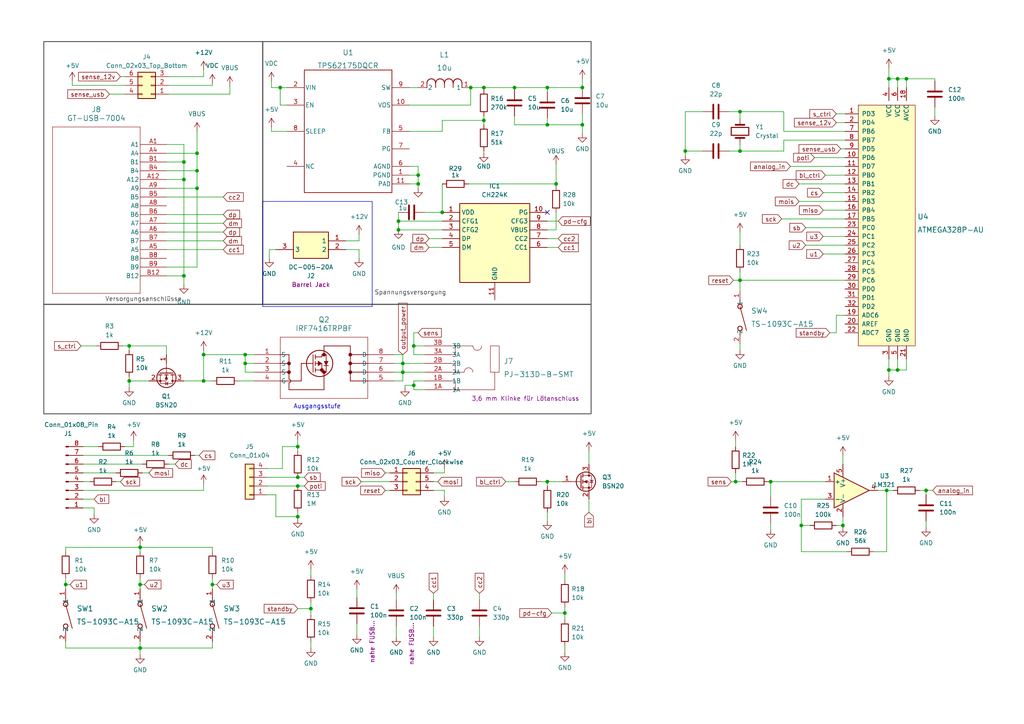
<source format=kicad_sch>
(kicad_sch (version 20230121) (generator eeschema)
  (paper "A4")
  (junction (at 232.41 152.4))
  (junction (at 149.225 25.4))
  (junction (at 53.34 80.01))
  (junction (at 86.36 140.97))
  (junction (at 257.81 107.315))
  (junction (at 140.335 25.4))
  (junction (at 257.81 22.86))
  (junction (at 57.15 44.45))
  (junction (at 121.285 50.8))
  (junction (at 61.595 169.545))
  (junction (at 81.28 25.4))
  (junction (at 120.015 100.33))
  (junction (at 40.64 158.75))
  (junction (at 37.465 100.33))
  (junction (at 116.84 107.95))
  (junction (at 128.27 61.595))
  (junction (at 86.36 149.86))
  (junction (at 59.055 110.49))
  (junction (at 214.63 32.385))
  (junction (at 163.83 177.8))
  (junction (at 168.91 25.4))
  (junction (at 214.63 81.28))
  (junction (at 40.64 169.545))
  (junction (at 168.91 36.195))
  (junction (at 257.175 142.24))
  (junction (at 115.57 66.675))
  (junction (at 158.75 36.195))
  (junction (at 198.755 43.815))
  (junction (at 214.63 43.815))
  (junction (at 40.64 187.96))
  (junction (at 120.015 111.76))
  (junction (at 53.34 52.07))
  (junction (at 86.36 138.43))
  (junction (at 37.465 110.49))
  (junction (at 57.15 49.53))
  (junction (at 213.36 139.7))
  (junction (at 71.12 102.87))
  (junction (at 158.75 139.7))
  (junction (at 244.475 152.4))
  (junction (at 57.15 54.61))
  (junction (at 121.285 53.34))
  (junction (at 53.34 46.99))
  (junction (at 140.335 34.925))
  (junction (at 115.57 64.135))
  (junction (at 116.84 105.41))
  (junction (at 262.89 22.86))
  (junction (at 260.35 22.86))
  (junction (at 260.35 107.315))
  (junction (at 268.605 142.24))
  (junction (at 59.055 102.87))
  (junction (at 136.525 25.4))
  (junction (at 161.29 53.34))
  (junction (at 90.17 176.53))
  (junction (at 71.12 105.41))
  (junction (at 19.05 169.545))
  (junction (at 86.36 129.54))
  (junction (at 223.52 139.7))
  (junction (at 158.75 25.4))
  (no_connect (at 158.75 61.595))
  (wire (pts (xy 124.46 71.755) (xy 128.27 71.755)))
  (wire (pts (xy 31.75 27.305) (xy 36.195 27.305)))
  (wire (pts (xy 19.05 160.02) (xy 19.05 158.75)))
  (wire (pts (xy 115.57 64.135) (xy 115.57 66.675)))
  (wire (pts (xy 242.57 91.44) (xy 242.57 96.52)))
  (wire (pts (xy 83.185 30.48) (xy 81.28 30.48)))
  (wire (pts (xy 158.75 25.4) (xy 149.225 25.4)))
  (wire (pts (xy 77.47 138.43) (xy 86.36 138.43)))
  (wire (pts (xy 212.09 139.7) (xy 213.36 139.7)))
  (wire (pts (xy 239.395 50.8) (xy 245.11 50.8)))
  (wire (pts (xy 125.73 142.24) (xy 128.905 142.24)))
  (wire (pts (xy 48.26 100.33) (xy 48.26 102.87)))
  (wire (pts (xy 23.495 100.33) (xy 27.94 100.33)))
  (wire (pts (xy 114.3 102.87) (xy 116.84 102.87)))
  (wire (pts (xy 61.595 169.545) (xy 61.595 170.815)))
  (wire (pts (xy 158.75 64.135) (xy 161.925 64.135)))
  (wire (pts (xy 257.81 22.86) (xy 260.35 22.86)))
  (wire (pts (xy 158.75 36.195) (xy 168.91 36.195)))
  (wire (pts (xy 61.595 169.545) (xy 62.865 169.545)))
  (wire (pts (xy 40.64 169.545) (xy 40.64 170.815)))
  (wire (pts (xy 116.84 110.49) (xy 116.84 107.95)))
  (wire (pts (xy 73.66 105.41) (xy 71.12 105.41)))
  (wire (pts (xy 117.475 112.395) (xy 117.475 111.76)))
  (wire (pts (xy 229.235 48.26) (xy 245.11 48.26)))
  (wire (pts (xy 78.74 38.1) (xy 83.185 38.1)))
  (wire (pts (xy 121.285 53.34) (xy 121.285 54.61)))
  (wire (pts (xy 238.76 60.96) (xy 245.11 60.96)))
  (wire (pts (xy 120.015 100.33) (xy 120.015 96.52)))
  (wire (pts (xy 86.36 127.635) (xy 86.36 129.54)))
  (wire (pts (xy 40.64 169.545) (xy 41.91 169.545)))
  (wire (pts (xy 103.505 170.815) (xy 103.505 173.355)))
  (wire (pts (xy 213.36 127.635) (xy 213.36 129.54)))
  (wire (pts (xy 161.29 47.625) (xy 161.29 53.34)))
  (wire (pts (xy 114.935 181.61) (xy 114.935 184.785)))
  (wire (pts (xy 48.26 72.39) (xy 64.77 72.39)))
  (wire (pts (xy 81.28 25.4) (xy 81.28 30.48)))
  (wire (pts (xy 120.015 100.33) (xy 123.19 100.33)))
  (wire (pts (xy 116.84 107.95) (xy 123.19 107.95)))
  (wire (pts (xy 214.63 81.28) (xy 214.63 78.74)))
  (wire (pts (xy 223.52 151.765) (xy 223.52 153.67)))
  (wire (pts (xy 86.36 148.59) (xy 86.36 149.86)))
  (wire (pts (xy 19.05 158.75) (xy 40.64 158.75)))
  (wire (pts (xy 86.36 138.43) (xy 88.265 138.43)))
  (wire (pts (xy 161.29 53.34) (xy 161.29 53.975)))
  (wire (pts (xy 40.64 187.96) (xy 40.64 189.865)))
  (wire (pts (xy 238.76 68.58) (xy 245.11 68.58)))
  (wire (pts (xy 118.745 53.34) (xy 121.285 53.34)))
  (wire (pts (xy 48.26 62.23) (xy 64.77 62.23)))
  (wire (pts (xy 198.755 32.385) (xy 198.755 43.815)))
  (wire (pts (xy 158.75 25.4) (xy 168.91 25.4)))
  (wire (pts (xy 90.17 186.055) (xy 90.17 187.96)))
  (wire (pts (xy 149.225 36.195) (xy 158.75 36.195)))
  (wire (pts (xy 78.74 23.495) (xy 78.74 25.4)))
  (wire (pts (xy 77.47 140.97) (xy 86.36 140.97)))
  (wire (pts (xy 56.515 132.08) (xy 57.785 132.08)))
  (wire (pts (xy 227.33 38.1) (xy 245.11 38.1)))
  (wire (pts (xy 260.35 104.14) (xy 260.35 107.315)))
  (wire (pts (xy 61.595 186.055) (xy 61.595 187.96)))
  (wire (pts (xy 123.19 102.87) (xy 120.015 102.87)))
  (wire (pts (xy 53.34 82.55) (xy 53.34 80.01)))
  (wire (pts (xy 90.17 165.1) (xy 90.17 167.005)))
  (wire (pts (xy 24.13 139.7) (xy 26.035 139.7)))
  (wire (pts (xy 128.27 38.1) (xy 128.27 34.925)))
  (wire (pts (xy 158.75 66.675) (xy 161.29 66.675)))
  (wire (pts (xy 24.13 132.08) (xy 48.895 132.08)))
  (wire (pts (xy 80.01 143.51) (xy 80.01 149.86)))
  (wire (pts (xy 61.595 160.02) (xy 61.595 158.75)))
  (wire (pts (xy 203.835 32.385) (xy 198.755 32.385)))
  (wire (pts (xy 59.055 102.87) (xy 71.12 102.87)))
  (wire (pts (xy 266.7 142.24) (xy 268.605 142.24)))
  (wire (pts (xy 149.225 26.035) (xy 149.225 25.4)))
  (wire (pts (xy 116.84 105.41) (xy 116.84 107.95)))
  (wire (pts (xy 124.46 69.215) (xy 128.27 69.215)))
  (wire (pts (xy 158.75 148.59) (xy 158.75 151.13)))
  (wire (pts (xy 78.74 25.4) (xy 81.28 25.4)))
  (wire (pts (xy 19.05 187.96) (xy 40.64 187.96)))
  (wire (pts (xy 158.75 139.7) (xy 158.75 140.97)))
  (wire (pts (xy 100.33 69.85) (xy 104.14 69.85)))
  (wire (pts (xy 40.64 167.64) (xy 40.64 169.545)))
  (wire (pts (xy 213.36 137.16) (xy 213.36 139.7)))
  (wire (pts (xy 61.595 24.765) (xy 61.595 24.13)))
  (wire (pts (xy 53.34 80.01) (xy 53.34 52.07)))
  (wire (pts (xy 227.33 40.64) (xy 227.33 43.815)))
  (wire (pts (xy 48.895 27.305) (xy 66.675 27.305)))
  (wire (pts (xy 59.055 102.87) (xy 59.055 110.49)))
  (wire (pts (xy 81.28 25.4) (xy 83.185 25.4)))
  (wire (pts (xy 128.905 137.16) (xy 128.905 135.89)))
  (wire (pts (xy 57.15 44.45) (xy 57.15 49.53)))
  (wire (pts (xy 24.13 142.24) (xy 59.055 142.24)))
  (wire (pts (xy 116.84 105.41) (xy 123.19 105.41)))
  (wire (pts (xy 268.605 142.24) (xy 270.51 142.24)))
  (wire (pts (xy 170.815 144.78) (xy 170.815 148.59)))
  (wire (pts (xy 232.41 144.78) (xy 239.395 144.78)))
  (wire (pts (xy 78.105 74.93) (xy 78.105 72.39)))
  (wire (pts (xy 34.925 22.225) (xy 36.195 22.225)))
  (wire (pts (xy 128.27 53.34) (xy 128.27 61.595)))
  (wire (pts (xy 24.13 144.78) (xy 27.305 144.78)))
  (wire (pts (xy 48.26 69.85) (xy 64.77 69.85)))
  (wire (pts (xy 156.845 139.7) (xy 158.75 139.7)))
  (wire (pts (xy 214.63 81.28) (xy 214.63 84.455)))
  (wire (pts (xy 140.335 43.815) (xy 140.335 44.45)))
  (wire (pts (xy 163.83 166.37) (xy 163.83 168.275)))
  (wire (pts (xy 232.41 160.02) (xy 245.745 160.02)))
  (wire (pts (xy 37.465 100.33) (xy 37.465 101.6)))
  (wire (pts (xy 86.36 140.97) (xy 88.265 140.97)))
  (wire (pts (xy 19.05 186.055) (xy 19.05 187.96)))
  (wire (pts (xy 48.895 22.225) (xy 59.055 22.225)))
  (wire (pts (xy 257.81 22.86) (xy 257.81 25.4)))
  (wire (pts (xy 19.05 167.64) (xy 19.05 169.545)))
  (wire (pts (xy 114.3 105.41) (xy 116.84 105.41)))
  (wire (pts (xy 118.745 48.26) (xy 121.285 48.26)))
  (wire (pts (xy 242.57 35.56) (xy 245.11 35.56)))
  (wire (pts (xy 115.57 64.135) (xy 128.27 64.135)))
  (wire (pts (xy 214.63 32.385) (xy 227.33 32.385)))
  (wire (pts (xy 158.75 69.215) (xy 161.925 69.215)))
  (wire (pts (xy 198.755 43.815) (xy 198.755 45.085)))
  (wire (pts (xy 245.11 40.64) (xy 227.33 40.64)))
  (wire (pts (xy 118.745 25.4) (xy 121.285 25.4)))
  (wire (pts (xy 168.91 36.195) (xy 168.91 38.735)))
  (wire (pts (xy 48.26 67.31) (xy 64.77 67.31)))
  (wire (pts (xy 86.36 176.53) (xy 90.17 176.53)))
  (wire (pts (xy 233.68 66.04) (xy 245.11 66.04)))
  (wire (pts (xy 214.63 43.815) (xy 214.63 41.91)))
  (wire (pts (xy 140.335 26.035) (xy 140.335 25.4)))
  (wire (pts (xy 214.63 67.31) (xy 214.63 71.12)))
  (wire (pts (xy 158.75 139.7) (xy 163.195 139.7)))
  (wire (pts (xy 123.19 110.49) (xy 120.015 110.49)))
  (wire (pts (xy 69.215 110.49) (xy 73.66 110.49)))
  (wire (pts (xy 243.84 43.18) (xy 245.11 43.18)))
  (wire (pts (xy 257.81 19.685) (xy 257.81 22.86)))
  (wire (pts (xy 135.89 53.34) (xy 161.29 53.34)))
  (wire (pts (xy 253.365 160.02) (xy 257.175 160.02)))
  (wire (pts (xy 268.605 151.13) (xy 268.605 153.035)))
  (wire (pts (xy 81.915 135.89) (xy 81.915 129.54)))
  (wire (pts (xy 48.26 64.77) (xy 64.77 64.77)))
  (wire (pts (xy 20.955 24.765) (xy 20.955 23.495)))
  (wire (pts (xy 81.915 129.54) (xy 86.36 129.54)))
  (wire (pts (xy 86.36 129.54) (xy 86.36 130.81)))
  (wire (pts (xy 116.84 102.87) (xy 116.84 105.41)))
  (wire (pts (xy 232.41 152.4) (xy 232.41 160.02)))
  (wire (pts (xy 244.475 152.4) (xy 244.475 153.035)))
  (wire (pts (xy 86.36 149.86) (xy 86.36 150.495)))
  (wire (pts (xy 262.89 107.315) (xy 260.35 107.315)))
  (wire (pts (xy 90.17 174.625) (xy 90.17 176.53)))
  (wire (pts (xy 271.145 23.495) (xy 271.145 22.86)))
  (wire (pts (xy 163.83 175.895) (xy 163.83 177.8)))
  (wire (pts (xy 57.15 49.53) (xy 57.15 54.61)))
  (wire (pts (xy 244.475 132.08) (xy 244.475 134.62)))
  (wire (pts (xy 120.015 110.49) (xy 120.015 111.76)))
  (wire (pts (xy 40.64 158.75) (xy 61.595 158.75)))
  (wire (pts (xy 41.275 137.16) (xy 43.18 137.16)))
  (wire (pts (xy 223.52 139.7) (xy 239.395 139.7)))
  (wire (pts (xy 115.57 61.595) (xy 115.57 64.135)))
  (wire (pts (xy 118.745 50.8) (xy 121.285 50.8)))
  (wire (pts (xy 120.015 111.76) (xy 120.015 113.03)))
  (wire (pts (xy 198.755 43.815) (xy 203.835 43.815)))
  (wire (pts (xy 40.64 186.055) (xy 40.64 187.96)))
  (wire (pts (xy 77.47 143.51) (xy 80.01 143.51)))
  (wire (pts (xy 125.73 172.085) (xy 125.73 173.99)))
  (wire (pts (xy 24.13 129.54) (xy 28.575 129.54)))
  (wire (pts (xy 118.745 38.1) (xy 128.27 38.1)))
  (wire (pts (xy 53.34 46.99) (xy 53.34 41.91)))
  (wire (pts (xy 114.3 107.95) (xy 116.84 107.95)))
  (wire (pts (xy 123.19 61.595) (xy 128.27 61.595)))
  (wire (pts (xy 57.15 54.61) (xy 57.15 77.47)))
  (wire (pts (xy 125.73 181.61) (xy 125.73 184.785)))
  (wire (pts (xy 257.175 142.24) (xy 259.08 142.24)))
  (wire (pts (xy 117.475 111.76) (xy 120.015 111.76)))
  (wire (pts (xy 53.34 52.07) (xy 53.34 46.99)))
  (wire (pts (xy 238.76 55.88) (xy 245.11 55.88)))
  (wire (pts (xy 78.74 36.83) (xy 78.74 38.1)))
  (wire (pts (xy 223.52 139.7) (xy 223.52 144.145)))
  (wire (pts (xy 271.145 31.115) (xy 271.145 33.655)))
  (wire (pts (xy 24.13 134.62) (xy 41.275 134.62)))
  (wire (pts (xy 59.055 101.6) (xy 59.055 102.87)))
  (wire (pts (xy 260.35 22.86) (xy 262.89 22.86)))
  (wire (pts (xy 268.605 142.24) (xy 268.605 143.51)))
  (wire (pts (xy 245.11 81.28) (xy 214.63 81.28)))
  (wire (pts (xy 231.775 58.42) (xy 245.11 58.42)))
  (wire (pts (xy 146.685 139.7) (xy 149.225 139.7)))
  (wire (pts (xy 78.105 72.39) (xy 80.01 72.39)))
  (wire (pts (xy 48.26 57.15) (xy 64.77 57.15)))
  (wire (pts (xy 139.065 181.61) (xy 139.065 184.785)))
  (wire (pts (xy 59.055 142.24) (xy 59.055 140.335)))
  (wire (pts (xy 104.775 139.7) (xy 113.03 139.7)))
  (wire (pts (xy 233.68 71.12) (xy 245.11 71.12)))
  (wire (pts (xy 158.75 34.29) (xy 158.75 36.195)))
  (wire (pts (xy 57.15 77.47) (xy 48.26 77.47)))
  (wire (pts (xy 57.15 44.45) (xy 48.26 44.45)))
  (wire (pts (xy 27.305 147.32) (xy 27.305 149.225)))
  (wire (pts (xy 71.12 102.87) (xy 73.66 102.87)))
  (wire (pts (xy 48.895 134.62) (xy 50.8 134.62)))
  (wire (pts (xy 38.735 129.54) (xy 38.735 127.635)))
  (wire (pts (xy 53.34 41.91) (xy 48.26 41.91)))
  (wire (pts (xy 19.05 169.545) (xy 19.05 170.815)))
  (wire (pts (xy 53.34 110.49) (xy 59.055 110.49)))
  (wire (pts (xy 77.47 135.89) (xy 81.915 135.89)))
  (wire (pts (xy 262.89 22.86) (xy 262.89 25.4)))
  (wire (pts (xy 271.145 22.86) (xy 262.89 22.86)))
  (wire (pts (xy 24.13 147.32) (xy 27.305 147.32)))
  (wire (pts (xy 149.225 25.4) (xy 140.335 25.4)))
  (wire (pts (xy 125.73 137.16) (xy 128.905 137.16)))
  (wire (pts (xy 232.41 152.4) (xy 234.95 152.4)))
  (wire (pts (xy 140.335 34.925) (xy 140.335 36.195)))
  (wire (pts (xy 104.14 72.39) (xy 100.33 72.39)))
  (wire (pts (xy 104.14 69.85) (xy 104.14 67.945)))
  (wire (pts (xy 227.33 32.385) (xy 227.33 38.1)))
  (wire (pts (xy 19.05 169.545) (xy 20.32 169.545)))
  (wire (pts (xy 136.525 25.4) (xy 136.525 30.48)))
  (wire (pts (xy 40.64 158.75) (xy 40.64 158.115)))
  (wire (pts (xy 242.57 33.02) (xy 245.11 33.02)))
  (wire (pts (xy 111.76 137.16) (xy 113.03 137.16)))
  (wire (pts (xy 24.13 137.16) (xy 33.655 137.16)))
  (wire (pts (xy 211.455 43.815) (xy 214.63 43.815)))
  (wire (pts (xy 120.015 102.87) (xy 120.015 100.33)))
  (wire (pts (xy 90.17 176.53) (xy 90.17 178.435)))
  (wire (pts (xy 262.89 104.14) (xy 262.89 107.315)))
  (wire (pts (xy 257.175 160.02) (xy 257.175 142.24)))
  (wire (pts (xy 37.465 110.49) (xy 43.18 110.49)))
  (wire (pts (xy 158.75 26.67) (xy 158.75 25.4)))
  (wire (pts (xy 158.75 71.755) (xy 161.925 71.755)))
  (wire (pts (xy 140.335 33.655) (xy 140.335 34.925)))
  (wire (pts (xy 80.01 149.86) (xy 86.36 149.86)))
  (wire (pts (xy 257.81 107.315) (xy 257.81 109.22)))
  (wire (pts (xy 163.83 177.8) (xy 163.83 179.705)))
  (wire (pts (xy 53.34 80.01) (xy 48.26 80.01)))
  (wire (pts (xy 128.27 66.675) (xy 115.57 66.675)))
  (wire (pts (xy 168.91 33.02) (xy 168.91 36.195)))
  (wire (pts (xy 231.775 53.34) (xy 245.11 53.34)))
  (wire (pts (xy 125.73 139.7) (xy 127 139.7)))
  (wire (pts (xy 254.635 142.24) (xy 257.175 142.24)))
  (wire (pts (xy 111.76 142.24) (xy 113.03 142.24)))
  (wire (pts (xy 104.14 74.93) (xy 104.14 72.39)))
  (wire (pts (xy 48.26 49.53) (xy 57.15 49.53)))
  (wire (pts (xy 163.83 187.325) (xy 163.83 189.23)))
  (wire (pts (xy 139.065 172.085) (xy 139.065 173.99)))
  (wire (pts (xy 48.26 46.99) (xy 53.34 46.99)))
  (wire (pts (xy 160.02 177.8) (xy 163.83 177.8)))
  (wire (pts (xy 36.195 129.54) (xy 38.735 129.54)))
  (wire (pts (xy 61.595 187.96) (xy 40.64 187.96)))
  (wire (pts (xy 48.895 24.765) (xy 61.595 24.765)))
  (wire (pts (xy 20.955 24.765) (xy 36.195 24.765)))
  (wire (pts (xy 57.15 38.1) (xy 57.15 44.45)))
  (wire (pts (xy 33.655 139.7) (xy 34.925 139.7)))
  (wire (pts (xy 212.725 81.28) (xy 214.63 81.28)))
  (wire (pts (xy 140.335 25.4) (xy 136.525 25.4)))
  (wire (pts (xy 73.66 107.95) (xy 71.12 107.95)))
  (wire (pts (xy 260.35 107.315) (xy 257.81 107.315)))
  (wire (pts (xy 242.57 152.4) (xy 244.475 152.4)))
  (wire (pts (xy 213.36 139.7) (xy 215.265 139.7)))
  (wire (pts (xy 40.64 158.75) (xy 40.64 160.02)))
  (wire (pts (xy 227.33 43.815) (xy 214.63 43.815)))
  (wire (pts (xy 37.465 110.49) (xy 37.465 112.395)))
  (wire (pts (xy 120.015 113.03) (xy 123.19 113.03)))
  (wire (pts (xy 238.76 73.66) (xy 245.11 73.66)))
  (wire (pts (xy 245.11 91.44) (xy 242.57 91.44)))
  (wire (pts (xy 59.055 110.49) (xy 61.595 110.49)))
  (wire (pts (xy 71.12 102.87) (xy 71.12 105.41)))
  (wire (pts (xy 240.665 96.52) (xy 242.57 96.52)))
  (wire (pts (xy 260.35 22.86) (xy 260.35 25.4)))
  (wire (pts (xy 161.29 66.675) (xy 161.29 61.595)))
  (wire (pts (xy 71.12 107.95) (xy 71.12 105.41)))
  (wire (pts (xy 59.055 22.225) (xy 59.055 20.32)))
  (wire (pts (xy 48.26 52.07) (xy 53.34 52.07)))
  (wire (pts (xy 222.885 139.7) (xy 223.52 139.7)))
  (wire (pts (xy 118.745 30.48) (xy 136.525 30.48)))
  (wire (pts (xy 257.81 104.14) (xy 257.81 107.315)))
  (wire (pts (xy 128.27 34.925) (xy 140.335 34.925)))
  (wire (pts (xy 170.815 130.81) (xy 170.815 134.62)))
  (wire (pts (xy 232.41 144.78) (xy 232.41 152.4)))
  (wire (pts (xy 121.285 48.26) (xy 121.285 50.8)))
  (wire (pts (xy 114.3 110.49) (xy 116.84 110.49)))
  (wire (pts (xy 214.63 34.29) (xy 214.63 32.385)))
  (wire (pts (xy 214.63 99.695) (xy 214.63 101.6)))
  (wire (pts (xy 114.935 172.085) (xy 114.935 173.99)))
  (wire (pts (xy 121.285 50.8) (xy 121.285 53.34)))
  (wire (pts (xy 57.15 54.61) (xy 48.26 54.61)))
  (wire (pts (xy 35.56 100.33) (xy 37.465 100.33)))
  (wire (pts (xy 66.675 27.305) (xy 66.675 24.765)))
  (wire (pts (xy 61.595 167.64) (xy 61.595 169.545)))
  (wire (pts (xy 37.465 100.33) (xy 48.26 100.33)))
  (wire (pts (xy 128.905 142.24) (xy 128.905 144.145)))
  (wire (pts (xy 37.465 109.22) (xy 37.465 110.49)))
  (wire (pts (xy 103.505 180.975) (xy 103.505 184.15)))
  (wire (pts (xy 211.455 32.385) (xy 214.63 32.385)))
  (wire (pts (xy 149.225 33.655) (xy 149.225 36.195)))
  (wire (pts (xy 168.91 22.86) (xy 168.91 25.4)))
  (wire (pts (xy 236.22 45.72) (xy 245.11 45.72)))
  (wire (pts (xy 244.475 149.86) (xy 244.475 152.4)))
  (wire (pts (xy 120.015 96.52) (xy 121.285 96.52)))
  (wire (pts (xy 226.695 63.5) (xy 245.11 63.5)))
  (rectangle (start 76.2 58.42) (end 107.95 88.9))
  (rectangle (start 76.2 12.065) (end 171.45 88.265) (stroke (width 0.25) (color 72 72 72 1)))
  (rectangle (start 12.7 88.265) (end 171.45 120.015) (stroke (width 0.25) (color 72 72 72 1)))
  (rectangle (start 12.7 12.065) (end 76.2 88.265) (stroke (width 0.25) (color 72 72 72 1)))
  (text "Versorgungsanschlüsse" (at 30.48 87.63 0) (effects (font (size 1.27 1.27)) (justify left bottom)))
  (text "Spannungsversorgung" (at 108.585 85.725 0) (effects (font (size 1.27 1.27)) (justify left bottom)))
  (text "Ausgangsstufe" (at 85.09 118.745 0) (effects (font (size 1.27 1.27)) (justify left bottom)))
  (global_label "cc1" (shape input) (at 64.77 72.39 0) (property "Intersheetrefs" "${INTERSHEET_REFS}" (effects hide)))
  (global_label "s_ctrl" (shape input) (at 242.57 33.02 180) (property "Intersheetrefs" "${INTERSHEET_REFS}" (effects hide)))
  (global_label "miso" (shape input) (at 111.76 137.16 180) (property "Intersheetrefs" "${INTERSHEET_REFS}" (effects hide)))
  (global_label "analog_in" (shape input) (at 270.51 142.24 0) (property "Intersheetrefs" "${INTERSHEET_REFS}" (effects hide)))
  (global_label "pd-cfg" (shape input) (at 160.02 177.8 180) (property "Intersheetrefs" "${INTERSHEET_REFS}" (effects hide)))
  (global_label "reset" (shape input) (at 212.725 81.28 180) (property "Intersheetrefs" "${INTERSHEET_REFS}" (effects hide)))
  (global_label "dm" (shape input) (at 64.77 64.77 0) (property "Intersheetrefs" "${INTERSHEET_REFS}" (effects hide)))
  (global_label "cs" (shape input) (at 238.76 55.88 180) (property "Intersheetrefs" "${INTERSHEET_REFS}" (effects hide)))
  (global_label "analog_in" (shape input) (at 229.235 48.26 180) (property "Intersheetrefs" "${INTERSHEET_REFS}" (effects hide)))
  (global_label "reset" (shape input) (at 111.76 142.24 180) (property "Intersheetrefs" "${INTERSHEET_REFS}" (effects hide)))
  (global_label "u3" (shape input) (at 238.76 68.58 180) (property "Intersheetrefs" "${INTERSHEET_REFS}" (effects hide)))
  (global_label "u1" (shape input) (at 238.76 73.66 180) (property "Intersheetrefs" "${INTERSHEET_REFS}" (effects hide)))
  (global_label "poti" (shape input) (at 236.22 45.72 180) (property "Intersheetrefs" "${INTERSHEET_REFS}" (effects hide)))
  (global_label "sb" (shape input) (at 88.265 138.43 0) (property "Intersheetrefs" "${INTERSHEET_REFS}" (effects hide)))
  (global_label "sb" (shape input) (at 233.68 66.04 180) (property "Intersheetrefs" "${INTERSHEET_REFS}" (effects hide)))
  (global_label "cc2" (shape input) (at 64.77 57.15 0) (property "Intersheetrefs" "${INTERSHEET_REFS}" (effects hide)))
  (global_label "dp" (shape input) (at 64.77 67.31 0) (property "Intersheetrefs" "${INTERSHEET_REFS}" (effects hide)))
  (global_label "sens" (shape input) (at 121.285 96.52 0) (property "Intersheetrefs" "${INTERSHEET_REFS}" (effects hide)))
  (global_label "sense_usb" (shape input) (at 243.84 43.18 180) (property "Intersheetrefs" "${INTERSHEET_REFS}" (effects hide)))
  (global_label "sck" (shape input) (at 34.925 139.7 0) (property "Intersheetrefs" "${INTERSHEET_REFS}" (effects hide)))
  (global_label "bl" (shape input) (at 170.815 148.59 270) (property "Intersheetrefs" "${INTERSHEET_REFS}" (effects hide)))
  (global_label "sense_12v" (shape input) (at 34.925 22.225 180) (property "Intersheetrefs" "${INTERSHEET_REFS}" (effects hide)))
  (global_label "u2" (shape input) (at 41.91 169.545 0) (property "Intersheetrefs" "${INTERSHEET_REFS}" (effects hide)))
  (global_label "s_ctrl" (shape input) (at 23.495 100.33 180) (property "Intersheetrefs" "${INTERSHEET_REFS}" (effects hide)))
  (global_label "poti" (shape input) (at 88.265 140.97 0) (property "Intersheetrefs" "${INTERSHEET_REFS}" (effects hide)))
  (global_label "bl" (shape input) (at 27.305 144.78 0) (property "Intersheetrefs" "${INTERSHEET_REFS}" (effects hide)))
  (global_label "cc2" (shape input) (at 161.925 69.215 0) (property "Intersheetrefs" "${INTERSHEET_REFS}" (effects hide)))
  (global_label "bl_ctrl" (shape input) (at 146.685 139.7 180) (property "Intersheetrefs" "${INTERSHEET_REFS}" (effects hide)))
  (global_label "standby" (shape input) (at 86.36 176.53 180) (property "Intersheetrefs" "${INTERSHEET_REFS}" (effects hide)))
  (global_label "mosi" (shape input) (at 43.18 137.16 0) (property "Intersheetrefs" "${INTERSHEET_REFS}" (effects hide)))
  (global_label "cc1" (shape input) (at 161.925 71.755 0) (property "Intersheetrefs" "${INTERSHEET_REFS}" (effects hide)))
  (global_label "dm" (shape input) (at 124.46 71.755 180) (property "Intersheetrefs" "${INTERSHEET_REFS}" (effects hide)))
  (global_label "u2" (shape input) (at 233.68 71.12 180) (property "Intersheetrefs" "${INTERSHEET_REFS}" (effects hide)))
  (global_label "pd-cfg" (shape input) (at 161.925 64.135 0) (property "Intersheetrefs" "${INTERSHEET_REFS}" (effects hide)))
  (global_label "dc" (shape input) (at 50.8 134.62 0) (property "Intersheetrefs" "${INTERSHEET_REFS}" (effects hide)))
  (global_label "bl_ctrl" (shape input) (at 239.395 50.8 180) (property "Intersheetrefs" "${INTERSHEET_REFS}" (effects hide)))
  (global_label "sense_12v" (shape input) (at 242.57 35.56 180) (property "Intersheetrefs" "${INTERSHEET_REFS}" (effects hide)))
  (global_label "dp" (shape input) (at 124.46 69.215 180) (property "Intersheetrefs" "${INTERSHEET_REFS}" (effects hide)))
  (global_label "sense_usb" (shape input) (at 31.75 27.305 180) (property "Intersheetrefs" "${INTERSHEET_REFS}" (effects hide)))
  (global_label "sens" (shape input) (at 212.09 139.7 180) (property "Intersheetrefs" "${INTERSHEET_REFS}" (effects hide)))
  (global_label "mosi" (shape input) (at 127 139.7 0) (property "Intersheetrefs" "${INTERSHEET_REFS}" (effects hide)))
  (global_label "dm" (shape input) (at 64.77 69.85 0) (property "Intersheetrefs" "${INTERSHEET_REFS}" (effects hide)))
  (global_label "u1" (shape input) (at 20.32 169.545 0) (property "Intersheetrefs" "${INTERSHEET_REFS}" (effects hide)))
  (global_label "sck" (shape input) (at 104.775 139.7 180) (property "Intersheetrefs" "${INTERSHEET_REFS}" (effects hide)))
  (global_label "cc2" (shape input) (at 139.065 172.085 90) (property "Intersheetrefs" "${INTERSHEET_REFS}" (effects hide)))
  (global_label "dp" (shape input) (at 64.77 62.23 0) (property "Intersheetrefs" "${INTERSHEET_REFS}" (effects hide)))
  (global_label "u3" (shape input) (at 62.865 169.545 0) (property "Intersheetrefs" "${INTERSHEET_REFS}" (effects hide)))
  (global_label "miso" (shape input) (at 238.76 60.96 180) (property "Intersheetrefs" "${INTERSHEET_REFS}" (effects hide)))
  (global_label "cc1" (shape input) (at 125.73 172.085 90) (property "Intersheetrefs" "${INTERSHEET_REFS}" (effects hide)))
  (global_label "cs" (shape input) (at 57.785 132.08 0) (property "Intersheetrefs" "${INTERSHEET_REFS}" (effects hide)))
  (global_label "output_power" (shape input) (at 116.84 102.87 90) (property "Intersheetrefs" "${INTERSHEET_REFS}" (effects hide)))
  (global_label "sck" (shape input) (at 226.695 63.5 180) (property "Intersheetrefs" "${INTERSHEET_REFS}" (effects hide)))
  (global_label "dc" (shape input) (at 231.775 53.34 180) (property "Intersheetrefs" "${INTERSHEET_REFS}" (effects hide)))
  (global_label "mois" (shape input) (at 231.775 58.42 180) (property "Intersheetrefs" "${INTERSHEET_REFS}" (effects hide)))
  (global_label "standby" (shape input) (at 240.665 96.52 180) (property "Intersheetrefs" "${INTERSHEET_REFS}" (effects hide)))
  (symbol (lib_id "Device:R") (at 29.845 139.7 270) (unit 1)
    (property "Reference" "R2" (at 29.845 133.985 90))
    (property "Value" "1k" (at 29.845 136.525 90))
    (property "Footprint" "Resistor_SMD:R_1206_3216Metric_Pad1.30x1.75mm_HandSolder" (effects hide))
  )
  (symbol (lib_id "Connector:Conn_01x08_Pin") (at 19.05 139.7 0) (mirror x) (unit 1)
    (property "Reference" "J1" (at 20.955 125.73 0) (effects (justify right)))
    (property "Value" "Conn_01x08_Pin" (at 28.575 123.19 0) (effects (justify right)))
    (property "Footprint" "Connector_Molex:Molex_SL_171971-0008_1x08_P2.54mm_Vertical" (effects hide))
  )
  (symbol (lib_id "Device:C") (at 271.145 27.305 180) (unit 1)
    (property "Reference" "C12" (at 274.955 26.035 0) (effects (justify right)))
    (property "Value" "100n" (at 274.955 28.575 0) (effects (justify right)))
    (property "Footprint" "Resistor_SMD:R_1206_3216Metric_Pad1.30x1.75mm_HandSolder" (effects hide))
  )
  (symbol (lib_id "power:GND") (at 86.36 150.495 0) (unit 1)
    (property "Reference" "#PWR021" (effects hide))
    (property "Value" "GND" (at 86.36 154.94 0))
  )
  (symbol (lib_id "DC-005-20A:DC-005-20A") (at 80.01 72.39 0) (mirror x) (unit 1)
    (property "Reference" "J2" (at 90.17 80.01 0))
    (property "Value" "DC-005-20A" (at 90.17 77.47 0))
    (property "Footprint" "DC00520A" (effects hide))
    (property "Datasheet" "https://datasheet.lcsc.com/szlcsc/Korean-Hroparts-Elec-DC-005-20A_C130239.pdf" (effects hide))
    (property "Height" "11" (effects hide))
    (property "Manufacturer_Name" "Korean Hroparts Elec" (effects hide))
    (property "Manufacturer_Part_Number" "DC-005-20A" (effects hide))
    (property "Note" "Barrel Jack" (at 90.17 82.55 0))
  )
  (symbol (lib_id "Device:R") (at 158.75 144.78 180) (unit 1)
    (property "Reference" "R20" (at 161.29 143.51 0) (effects (justify right)))
    (property "Value" "10k" (at 161.29 146.05 0) (effects (justify right)))
    (property "Footprint" "Resistor_SMD:R_1206_3216Metric_Pad1.30x1.75mm_HandSolder" (effects hide))
  )
  (symbol (lib_id "Amplifier_Operational:LM321") (at 247.015 142.24 0) (unit 1)
    (property "Reference" "U3" (at 256.54 138.0491 0))
    (property "Value" "LM321" (at 256.54 140.5891 0))
    (property "Footprint" "Package_TO_SOT_SMD:SOT-23-5" (effects hide))
    (property "Datasheet" "http://www.ti.com/lit/ds/symlink/lm321.pdf" (effects hide))
  )
  (symbol (lib_id "Device:R") (at 140.335 29.845 0) (unit 1)
    (property "Reference" "R16" (at 142.24 28.575 0) (effects (justify left)))
    (property "Value" "270k" (at 142.24 31.115 0) (effects (justify left)))
    (property "Footprint" "Resistor_SMD:R_1206_3216Metric_Pad1.30x1.75mm_HandSolder" (effects hide))
  )
  (symbol (lib_id "power:GND") (at 257.81 109.22 0) (unit 1)
    (property "Reference" "#PWR052" (effects hide))
    (property "Value" "GND" (at 257.81 113.665 0))
  )
  (symbol (lib_id "Device:R") (at 219.075 139.7 270) (unit 1)
    (property "Reference" "R24" (at 219.075 133.985 90))
    (property "Value" "1k" (at 219.075 136.525 90))
    (property "Footprint" "Resistor_SMD:R_1206_3216Metric_Pad1.30x1.75mm_HandSolder" (effects hide))
  )
  (symbol (lib_id "power:GND") (at 244.475 153.035 0) (unit 1)
    (property "Reference" "#PWR050" (effects hide))
    (property "Value" "GND" (at 244.475 157.48 0))
  )
  (symbol (lib_id "power:+5V") (at 86.36 127.635 0) (unit 1)
    (property "Reference" "#PWR020" (effects hide))
    (property "Value" "+5V" (at 86.36 123.19 0))
  )
  (symbol (lib_id "Device:R") (at 153.035 139.7 90) (unit 1)
    (property "Reference" "R19" (at 153.035 133.35 90))
    (property "Value" "1k" (at 153.035 135.89 90))
    (property "Footprint" "Resistor_SMD:R_1206_3216Metric_Pad1.30x1.75mm_HandSolder" (effects hide))
  )
  (symbol (lib_id "SamacSys_Parts:CH224K") (at 128.27 61.595 0) (unit 1)
    (property "Reference" "IC1" (at 143.51 53.975 0))
    (property "Value" "CH224K" (at 143.51 56.515 0))
    (property "Footprint" "SOP100P600X180-11N" (effects hide))
    (property "Datasheet" "https://datasheet.lcsc.com/lcsc/2204251615_WCH-Jiangsu-Qin-Heng-CH224K_C970725.pdf" (effects hide))
    (property "Height" "1.8" (effects hide))
    (property "Manufacturer_Name" "WCH" (effects hide))
    (property "Manufacturer_Part_Number" "CH224K" (effects hide))
  )
  (symbol (lib_id "Device:C") (at 207.645 32.385 90) (unit 1)
    (property "Reference" "C8" (at 207.645 24.765 90))
    (property "Value" "22p" (at 207.645 27.305 90))
    (property "Footprint" "Resistor_SMD:R_1206_3216Metric_Pad1.30x1.75mm_HandSolder" (effects hide))
  )
  (symbol (lib_id "power:GND") (at 40.64 189.865 0) (unit 1)
    (property "Reference" "#PWR09" (effects hide))
    (property "Value" "GND" (at 40.64 194.31 0))
  )
  (symbol (lib_id "Device:R") (at 52.705 132.08 270) (unit 1)
    (property "Reference" "R9" (at 52.705 126.365 90))
    (property "Value" "1k" (at 52.705 128.905 90))
    (property "Footprint" "Resistor_SMD:R_1206_3216Metric_Pad1.30x1.75mm_HandSolder" (effects hide))
  )
  (symbol (lib_id "power:GND") (at 140.335 44.45 0) (unit 1)
    (property "Reference" "#PWR035" (effects hide))
    (property "Value" "GND" (at 140.335 48.26 0))
  )
  (symbol (lib_id "power:GND") (at 114.935 184.785 0) (unit 1)
    (property "Reference" "#PWR027" (effects hide))
    (property "Value" "GND" (at 114.935 189.23 0))
  )
  (symbol (lib_id "Device:C") (at 158.75 30.48 180) (unit 1)
    (property "Reference" "C6" (at 162.56 29.21 0) (effects (justify right)))
    (property "Value" "10u" (at 162.56 31.75 0) (effects (justify right)))
    (property "Footprint" "Resistor_SMD:R_1206_3216Metric_Pad1.30x1.75mm_HandSolder" (effects hide))
  )
  (symbol (lib_id "power:GND") (at 103.505 184.15 0) (unit 1)
    (property "Reference" "#PWR025" (effects hide))
    (property "Value" "GND" (at 103.505 188.595 0))
  )
  (symbol (lib_id "Device:R") (at 132.08 53.34 90) (unit 1)
    (property "Reference" "R29" (at 132.08 48.895 90))
    (property "Value" "1k" (at 132.08 50.8 90))
    (property "Footprint" "Resistor_SMD:R_1206_3216Metric_Pad1.30x1.75mm_HandSolder" (effects hide))
  )
  (symbol (lib_id "Transistor_FET:BSN20") (at 48.26 107.95 270) (unit 1)
    (property "Reference" "Q1" (at 48.26 114.935 90))
    (property "Value" "BSN20" (at 48.26 117.475 90))
    (property "Footprint" "Package_TO_SOT_SMD:SOT-23" (effects hide))
    (property "Datasheet" "http://www.diodes.com/assets/Datasheets/ds31898.pdf" (effects hide))
  )
  (symbol (lib_id "Device:R") (at 90.17 170.815 0) (unit 1)
    (property "Reference" "R14" (at 92.075 169.545 0) (effects (justify left)))
    (property "Value" "10k" (at 92.075 172.085 0) (effects (justify left)))
    (property "Footprint" "Resistor_SMD:R_1206_3216Metric_Pad1.30x1.75mm_HandSolder" (effects hide))
  )
  (symbol (lib_id "Device:R") (at 31.75 100.33 270) (unit 1)
    (property "Reference" "R3" (at 31.75 94.615 90))
    (property "Value" "1k" (at 31.75 97.155 90))
    (property "Footprint" "Resistor_SMD:R_1206_3216Metric_Pad1.30x1.75mm_HandSolder" (effects hide))
  )
  (symbol (lib_id "Device:R") (at 213.36 133.35 0) (unit 1)
    (property "Reference" "R22" (at 215.265 132.08 0) (effects (justify left)))
    (property "Value" "1M" (at 215.265 134.62 0) (effects (justify left)))
    (property "Footprint" "Resistor_SMD:R_1206_3216Metric_Pad1.30x1.75mm_HandSolder" (effects hide))
  )
  (symbol (lib_id "Device:R") (at 86.36 134.62 0) (unit 1)
    (property "Reference" "R12" (at 88.9 133.35 0) (effects (justify left)))
    (property "Value" "10k" (at 88.9 135.89 0) (effects (justify left)))
    (property "Footprint" "Resistor_SMD:R_1206_3216Metric_Pad1.30x1.75mm_HandSolder" (effects hide))
  )
  (symbol (lib_id "power:GND") (at 78.105 74.93 0) (unit 1)
    (property "Reference" "#PWR01" (effects hide))
    (property "Value" "GND" (at 78.105 79.375 0))
  )
  (symbol (lib_id "power:+5V") (at 103.505 170.815 0) (unit 1)
    (property "Reference" "#PWR024" (effects hide))
    (property "Value" "+5V" (at 103.505 165.735 0))
  )
  (symbol (lib_id "Device:C") (at 207.645 43.815 90) (unit 1)
    (property "Reference" "C9" (at 207.645 36.195 90))
    (property "Value" "22p" (at 207.645 38.735 90))
    (property "Footprint" "Resistor_SMD:R_1206_3216Metric_Pad1.30x1.75mm_HandSolder" (effects hide))
  )
  (symbol (lib_id "power:GND") (at 117.475 112.395 0) (unit 1)
    (property "Reference" "#PWR028" (effects hide))
    (property "Value" "GND" (at 117.475 116.84 0))
  )
  (symbol (lib_id "power:GND") (at 198.755 45.085 0) (unit 1)
    (property "Reference" "#PWR044" (effects hide))
    (property "Value" "GND" (at 198.755 49.53 0))
  )
  (symbol (lib_id "Device:C") (at 125.73 177.8 180) (unit 1)
    (property "Reference" "C3" (at 129.54 176.53 0) (effects (justify right)))
    (property "Value" "330p" (at 129.54 179.07 0) (effects (justify right)))
    (property "Footprint" "Resistor_SMD:R_1206_3216Metric_Pad1.30x1.75mm_HandSolder" (effects hide))
  )
  (symbol (lib_id "power:+12V") (at 104.14 67.945 0) (unit 1)
    (property "Reference" "#PWR010" (effects hide))
    (property "Value" "+12V" (at 104.14 62.865 0))
  )
  (symbol (lib_id "ul_TS-1093C-A15:TS-1093C-A15") (at 61.595 170.815 270) (unit 1)
    (property "Reference" "SW3" (at 64.77 176.53 90) (effects (font (size 1.524 1.524)) (justify left)))
    (property "Value" "TS-1093C-A15" (at 64.77 180.34 90) (effects (font (size 1.524 1.524)) (justify left)))
    (property "Footprint" "SW_TS-1093C-A15_YDI" (effects hide))
    (property "Datasheet" "TS-1093C-A15" (effects hide))
  )
  (symbol (lib_id "power:+12V") (at 59.055 101.6 0) (unit 1)
    (property "Reference" "#PWR013" (effects hide))
    (property "Value" "+12V" (at 59.055 96.52 0))
  )
  (symbol (lib_id "Device:R") (at 90.17 182.245 0) (unit 1)
    (property "Reference" "R15" (at 92.075 180.975 0) (effects (justify left)))
    (property "Value" "10k" (at 92.075 183.515 0) (effects (justify left)))
    (property "Footprint" "Resistor_SMD:R_1206_3216Metric_Pad1.30x1.75mm_HandSolder" (effects hide))
  )
  (symbol (lib_id "PJ-313D-B-SMT:PJ-313D-B-SMT") (at 123.19 113.03 180) (unit 1)
    (property "Reference" "J7" (at 146.05 104.775 0) (effects (font (size 1.524 1.524)) (justify right)))
    (property "Value" "PJ-313D-B-SMT" (at 146.05 108.585 0) (effects (font (size 1.524 1.524)) (justify right)))
    (property "Footprint" "PJ-313D-B-SMT_XKB" (effects hide))
    (property "Datasheet" "PJ-313D-B-SMT" (effects hide))
    (property "Note" "3,6 mm Klinke für Lötanschluss" (at 152.4 115.57 0))
  )
  (symbol (lib_id "dk_Embedded-Microcontrollers:ATMEGA328P-AU") (at 257.81 66.04 0) (unit 1)
    (property "Reference" "U4" (at 266.065 62.865 0) (effects (font (size 1.524 1.524)) (justify left)))
    (property "Value" "ATMEGA328P-AU" (at 266.065 66.675 0) (effects (font (size 1.524 1.524)) (justify left)))
    (property "Footprint" "digikey-footprints:TQFP-32_7x7mm" (effects hide))
    (property "Datasheet" "http://www.microchip.com/mymicrochip/filehandler.aspx?ddocname=en608326" (effects hide))
    (property "Digi-Key_PN" "ATMEGA328P-AU-ND" (effects hide))
    (property "MPN" "ATMEGA328P-AU" (effects hide))
    (property "Category" "Integrated Circuits (ICs)" (effects hide))
    (property "Family" "Embedded - Microcontrollers" (effects hide))
    (property "DK_Datasheet_Link" "http://www.microchip.com/mymicrochip/filehandler.aspx?ddocname=en608326" (effects hide))
    (property "DK_Detail_Page" "/product-detail/en/microchip-technology/ATMEGA328P-AU/ATMEGA328P-AU-ND/1832260" (effects hide))
    (property "Description" "IC MCU 8BIT 32KB FLASH 32TQFP" (effects hide))
    (property "Manufacturer" "Microchip Technology" (effects hide))
    (property "Status" "Active" (effects hide))
  )
  (symbol (lib_id "power:+5V") (at 163.83 166.37 0) (unit 1)
    (property "Reference" "#PWR030" (effects hide))
    (property "Value" "+5V" (at 163.83 161.29 0))
  )
  (symbol (lib_id "power:GND") (at 271.145 33.655 0) (unit 1)
    (property "Reference" "#PWR054" (effects hide))
    (property "Value" "GND" (at 271.145 38.1 0))
  )
  (symbol (lib_id "power:GND") (at 37.465 112.395 0) (unit 1)
    (property "Reference" "#PWR06" (effects hide))
    (property "Value" "GND" (at 37.465 116.84 0))
  )
  (symbol (lib_id "Device:R") (at 37.465 105.41 180) (unit 1)
    (property "Reference" "R5" (at 39.37 104.14 0) (effects (justify right)))
    (property "Value" "10k" (at 39.37 106.68 0) (effects (justify right)))
    (property "Footprint" "Resistor_SMD:R_1206_3216Metric_Pad1.30x1.75mm_HandSolder" (effects hide))
  )
  (symbol (lib_id "power:+5V") (at 40.64 158.115 0) (unit 1)
    (property "Reference" "#PWR08" (effects hide))
    (property "Value" "+5V" (at 40.64 153.67 0))
  )
  (symbol (lib_id "GT-USB-7010ASV:GT-USB-7004") (at 48.26 80.01 180) (unit 1)
    (property "Reference" "J8" (at 27.94 31.75 0) (effects (font (size 1.524 1.524))))
    (property "Value" "GT-USB-7004" (at 27.94 34.29 0) (effects (font (size 1.524 1.524))))
    (property "Footprint" "CONN12_B-7004_GSW" (effects hide))
    (property "Datasheet" "GT-USB-7004" (effects hide))
  )
  (symbol (lib_id "power:GND") (at 268.605 153.035 0) (unit 1)
    (property "Reference" "#PWR053" (effects hide))
    (property "Value" "GND" (at 268.605 157.48 0))
  )
  (symbol (lib_id "Device:R") (at 65.405 110.49 270) (unit 1)
    (property "Reference" "R11" (at 65.405 104.775 90))
    (property "Value" "1k" (at 65.405 107.315 90))
    (property "Footprint" "Resistor_SMD:R_1206_3216Metric_Pad1.30x1.75mm_HandSolder" (effects hide))
  )
  (symbol (lib_id "ul_TS-1093C-A15:TS-1093C-A15") (at 19.05 170.815 270) (unit 1)
    (property "Reference" "SW1" (at 22.225 176.53 90) (effects (font (size 1.524 1.524)) (justify left)))
    (property "Value" "TS-1093C-A15" (at 22.225 180.34 90) (effects (font (size 1.524 1.524)) (justify left)))
    (property "Footprint" "SW_TS-1093C-A15_YDI" (effects hide))
    (property "Datasheet" "TS-1093C-A15" (effects hide))
  )
  (symbol (lib_id "power:+12V") (at 59.055 20.32 0) (unit 1)
    (property "Reference" "#PWR012" (effects hide))
    (property "Value" "+12V" (at 59.055 15.24 0))
  )
  (symbol (lib_id "Device:R") (at 40.64 163.83 0) (unit 1)
    (property "Reference" "R7" (at 43.18 162.56 0) (effects (justify left)))
    (property "Value" "10k" (at 43.18 165.1 0) (effects (justify left)))
    (property "Footprint" "Resistor_SMD:R_1206_3216Metric_Pad1.30x1.75mm_HandSolder" (effects hide))
  )
  (symbol (lib_id "Device:R") (at 214.63 74.93 0) (unit 1)
    (property "Reference" "R23" (at 216.535 73.66 0) (effects (justify left)))
    (property "Value" "10k" (at 216.535 76.2 0) (effects (justify left)))
    (property "Footprint" "Resistor_SMD:R_1206_3216Metric_Pad1.30x1.75mm_HandSolder" (effects hide))
  )
  (symbol (lib_id "power:+5V") (at 59.055 140.335 0) (unit 1)
    (property "Reference" "#PWR014" (effects hide))
    (property "Value" "+5V" (at 59.055 135.89 0))
  )
  (symbol (lib_id "Device:R") (at 161.29 57.785 0) (unit 1)
    (property "Reference" "R28" (at 163.195 56.515 0) (effects (justify left)))
    (property "Value" "10k" (at 163.195 59.055 0) (effects (justify left)))
    (property "Footprint" "Resistor_SMD:R_1206_3216Metric_Pad1.30x1.75mm_HandSolder" (effects hide))
  )
  (symbol (lib_id "ul_IRF7416TRPBF:IRF7416TRPBF") (at 73.66 102.87 0) (unit 1)
    (property "Reference" "Q2" (at 93.98 92.71 0) (effects (font (size 1.524 1.524))))
    (property "Value" "IRF7416TRPBF" (at 93.98 95.25 0) (effects (font (size 1.524 1.524))))
    (property "Footprint" "SO-8_IRF741_INF" (effects hide))
    (property "Datasheet" "IRF7416TRPBF" (effects hide))
  )
  (symbol (lib_id "power:GND") (at 121.285 54.61 0) (unit 1)
    (property "Reference" "#PWR029" (effects hide))
    (property "Value" "GND" (effects hide))
  )
  (symbol (lib_id "Device:C") (at 103.505 177.165 180) (unit 1)
    (property "Reference" "C1" (at 107.315 175.895 0) (effects (justify right)))
    (property "Value" "100n" (at 107.315 178.435 0) (effects (justify right)))
    (property "Footprint" "Resistor_SMD:R_1206_3216Metric_Pad1.30x1.75mm_HandSolder" (effects hide))
    (property "note" "nahe FUSB..." (at 107.95 186.055 90))
  )
  (symbol (lib_id "Device:R") (at 140.335 40.005 0) (unit 1)
    (property "Reference" "R17" (at 142.24 38.735 0) (effects (justify left)))
    (property "Value" "51k" (at 142.24 41.275 0) (effects (justify left)))
    (property "Footprint" "Resistor_SMD:R_1206_3216Metric_Pad1.30x1.75mm_HandSolder" (effects hide))
  )
  (symbol (lib_id "power:VDC") (at 78.74 23.495 0) (unit 1)
    (property "Reference" "#PWR018" (effects hide))
    (property "Value" "VDC" (at 78.74 18.415 0))
  )
  (symbol (lib_id "power:GND") (at 168.91 38.735 0) (unit 1)
    (property "Reference" "#PWR040" (effects hide))
    (property "Value" "GND" (at 168.91 43.18 0))
  )
  (symbol (lib_id "Device:R") (at 61.595 163.83 0) (unit 1)
    (property "Reference" "R10" (at 64.135 162.56 0) (effects (justify left)))
    (property "Value" "10k" (at 64.135 165.1 0) (effects (justify left)))
    (property "Footprint" "Resistor_SMD:R_1206_3216Metric_Pad1.30x1.75mm_HandSolder" (effects hide))
  )
  (symbol (lib_id "Device:C") (at 139.065 177.8 180) (unit 1)
    (property "Reference" "C4" (at 142.875 176.53 0) (effects (justify right)))
    (property "Value" "330p" (at 142.875 179.07 0) (effects (justify right)))
    (property "Footprint" "Resistor_SMD:R_1206_3216Metric_Pad1.30x1.75mm_HandSolder" (effects hide))
  )
  (symbol (lib_id "Device:C") (at 268.605 147.32 180) (unit 1)
    (property "Reference" "C11" (at 272.415 146.05 0) (effects (justify right)))
    (property "Value" "100n" (at 272.415 148.59 0) (effects (justify right)))
    (property "Footprint" "Resistor_SMD:R_1206_3216Metric_Pad1.30x1.75mm_HandSolder" (effects hide))
  )
  (symbol (lib_id "power:+5V") (at 168.91 22.86 0) (unit 1)
    (property "Reference" "#PWR043" (effects hide))
    (property "Value" "+5V" (at 168.91 17.78 0))
  )
  (symbol (lib_id "ul_TS-1093C-A15:TS-1093C-A15") (at 214.63 84.455 270) (unit 1)
    (property "Reference" "SW4" (at 217.805 90.17 90) (effects (font (size 1.524 1.524)) (justify left)))
    (property "Value" "TS-1093C-A15" (at 217.805 93.98 90) (effects (font (size 1.524 1.524)) (justify left)))
    (property "Footprint" "SW_TS-1093C-A15_YDI" (effects hide))
    (property "Datasheet" "TS-1093C-A15" (effects hide))
  )
  (symbol (lib_id "Device:R") (at 45.085 134.62 270) (unit 1)
    (property "Reference" "R8" (at 45.085 128.905 90))
    (property "Value" "1k" (at 45.085 131.445 90))
    (property "Footprint" "Resistor_SMD:R_1206_3216Metric_Pad1.30x1.75mm_HandSolder" (effects hide))
  )
  (symbol (lib_id "Transistor_FET:BSN20") (at 168.275 139.7 0) (unit 1)
    (property "Reference" "Q3" (at 174.625 138.43 0) (effects (justify left)))
    (property "Value" "BSN20" (at 174.625 140.97 0) (effects (justify left)))
    (property "Footprint" "Package_TO_SOT_SMD:SOT-23" (effects hide))
    (property "Datasheet" "http://www.diodes.com/assets/Datasheets/ds31898.pdf" (effects hide))
  )
  (symbol (lib_id "power:VBUS") (at 57.15 38.1 0) (unit 1)
    (property "Reference" "#PWR03" (effects hide))
    (property "Value" "VBUS" (at 57.15 33.02 0))
  )
  (symbol (lib_id "Device:R") (at 163.83 172.085 0) (unit 1)
    (property "Reference" "R18" (at 165.735 170.815 0) (effects (justify left)))
    (property "Value" "10k" (at 165.735 173.355 0) (effects (justify left)))
    (property "Footprint" "Resistor_SMD:R_1206_3216Metric_Pad1.30x1.75mm_HandSolder" (effects hide))
  )
  (symbol (lib_id "power:VBUS") (at 114.935 172.085 0) (unit 1)
    (property "Reference" "#PWR026" (effects hide))
    (property "Value" "VBUS" (at 114.935 167.005 0))
  )
  (symbol (lib_id "Device:R") (at 37.465 137.16 270) (unit 1)
    (property "Reference" "R6" (at 37.465 131.445 90))
    (property "Value" "1k" (at 37.465 133.985 90))
    (property "Footprint" "Resistor_SMD:R_1206_3216Metric_Pad1.30x1.75mm_HandSolder" (effects hide))
  )
  (symbol (lib_id "Device:R") (at 19.05 163.83 0) (unit 1)
    (property "Reference" "R1" (at 21.59 162.56 0) (effects (justify left)))
    (property "Value" "10k" (at 21.59 165.1 0) (effects (justify left)))
    (property "Footprint" "Resistor_SMD:R_1206_3216Metric_Pad1.30x1.75mm_HandSolder" (effects hide))
  )
  (symbol (lib_id "Device:R") (at 163.83 183.515 0) (unit 1)
    (property "Reference" "R21" (at 165.735 182.245 0) (effects (justify left)))
    (property "Value" "10k" (at 165.735 184.785 0) (effects (justify left)))
    (property "Footprint" "Resistor_SMD:R_1206_3216Metric_Pad1.30x1.75mm_HandSolder" (effects hide))
  )
  (symbol (lib_id "power:GND") (at 125.73 184.785 0) (unit 1)
    (property "Reference" "#PWR031" (effects hide))
    (property "Value" "GND" (at 125.73 189.23 0))
  )
  (symbol (lib_id "Device:C") (at 223.52 147.955 180) (unit 1)
    (property "Reference" "C10" (at 227.33 146.685 0) (effects (justify right)))
    (property "Value" "100n" (at 227.33 149.225 0) (effects (justify right)))
    (property "Footprint" "Resistor_SMD:R_1206_3216Metric_Pad1.30x1.75mm_HandSolder" (effects hide))
  )
  (symbol (lib_id "power:+5V") (at 90.17 165.1 0) (unit 1)
    (property "Reference" "#PWR022" (effects hide))
    (property "Value" "+5V" (at 90.17 160.02 0))
  )
  (symbol (lib_id "ul_TS-1093C-A15:TS-1093C-A15") (at 40.64 170.815 270) (unit 1)
    (property "Reference" "SW2" (at 43.815 176.53 90) (effects (font (size 1.524 1.524)) (justify left)))
    (property "Value" "TS-1093C-A15" (at 43.815 180.34 90) (effects (font (size 1.524 1.524)) (justify left)))
    (property "Footprint" "SW_TS-1093C-A15_YDI" (effects hide))
    (property "Datasheet" "TS-1093C-A15" (effects hide))
  )
  (symbol (lib_id "Device:R") (at 32.385 129.54 270) (unit 1)
    (property "Reference" "R4" (at 32.385 123.825 90))
    (property "Value" "1k" (at 32.385 126.365 90))
    (property "Footprint" "Resistor_SMD:R_1206_3216Metric_Pad1.30x1.75mm_HandSolder" (effects hide))
  )
  (symbol (lib_id "NLCV32T-100K-EF:NLCV32T-100K-EF") (at 121.285 25.4 0) (unit 1)
    (property "Reference" "L1" (at 128.905 15.875 0) (effects (font (size 1.524 1.524))))
    (property "Value" "10u" (at 128.905 19.685 0) (effects (font (size 1.524 1.524))))
    (property "Footprint" "IND_NLCV32T_TDK" (effects hide))
    (property "Datasheet" "NLCV32T-100K-EF" (effects hide))
  )
  (symbol (lib_id "power:+5V") (at 170.815 130.81 0) (unit 1)
    (property "Reference" "#PWR042" (effects hide))
    (property "Value" "+5V" (at 170.815 125.73 0))
  )
  (symbol (lib_id "power:+5V") (at 244.475 132.08 0) (unit 1)
    (property "Reference" "#PWR049" (effects hide))
    (property "Value" "+5V" (at 244.475 127 0))
  )
  (symbol (lib_id "power:GND") (at 104.14 74.93 0) (unit 1)
    (property "Reference" "#PWR011" (effects hide))
    (property "Value" "GND" (at 104.14 79.375 0))
  )
  (symbol (lib_id "power:+5V") (at 78.74 36.83 0) (unit 1)
    (property "Reference" "#PWR019" (effects hide))
    (property "Value" "+5V" (at 78.74 31.75 0))
  )
  (symbol (lib_id "power:+5V") (at 20.955 23.495 0) (unit 1)
    (property "Reference" "#PWR02" (effects hide))
    (property "Value" "+5V" (at 20.955 19.05 0))
  )
  (symbol (lib_id "Connector_Generic:Conn_02x03_Counter_Clockwise") (at 118.11 139.7 0) (unit 1)
    (property "Reference" "J6" (at 119.38 131.445 0))
    (property "Value" "Conn_02x03_Counter_Clockwise" (at 119.38 133.985 0))
    (property "Footprint" "Connector_IDC:IDC-Header_2x03_P2.54mm_Vertical" (effects hide))
  )
  (symbol (lib_id "Device:C") (at 114.935 177.8 180) (unit 1)
    (property "Reference" "C2" (at 118.745 176.53 0) (effects (justify right)))
    (property "Value" "100n" (at 118.745 179.07 0) (effects (justify right)))
    (property "Footprint" "Resistor_SMD:R_1206_3216Metric_Pad1.30x1.75mm_HandSolder" (effects hide))
    (property "note" "nahe FUSB..." (at 119.38 186.69 90))
  )
  (symbol (lib_id "Connector_Generic:Conn_02x03_Top_Bottom") (at 43.815 24.765 180) (unit 1)
    (property "Reference" "J4" (at 42.545 16.51 0))
    (property "Value" "Conn_02x03_Top_Bottom" (at 42.545 19.05 0))
    (property "Footprint" "Connector_IDC:IDC-Header_2x03_P2.54mm_Vertical" (effects hide))
  )
  (symbol (lib_id "power:GND") (at 214.63 101.6 0) (unit 1)
    (property "Reference" "#PWR047" (effects hide))
    (property "Value" "GND" (at 214.63 106.045 0))
  )
  (symbol (lib_id "power:GND") (at 90.17 187.96 0) (unit 1)
    (property "Reference" "#PWR023" (effects hide))
    (property "Value" "GND" (at 90.17 192.405 0))
  )
  (symbol (lib_id "power:GND") (at 27.305 149.225 0) (unit 1)
    (property "Reference" "#PWR05" (effects hide))
    (property "Value" "GND" (at 27.305 153.67 0))
  )
  (symbol (lib_id "Device:Crystal") (at 214.63 38.1 270) (unit 1)
    (property "Reference" "Y1" (at 219.075 36.83 90) (effects (justify left)))
    (property "Value" "Crystal" (at 219.075 39.37 90) (effects (justify left)))
    (property "Footprint" "Crystal:Crystal_HC49-U_Vertical" (effects hide))
  )
  (symbol (lib_id "Device:R") (at 86.36 144.78 0) (unit 1)
    (property "Reference" "R13" (at 88.9 143.51 0) (effects (justify left)))
    (property "Value" "1M" (at 88.9 146.05 0) (effects (justify left)))
    (property "Footprint" "Resistor_SMD:R_1206_3216Metric_Pad1.30x1.75mm_HandSolder" (effects hide))
  )
  (symbol (lib_id "Device:C") (at 119.38 61.595 270) (unit 1)
    (property "Reference" "C13" (at 116.4254 58.6477 90))
    (property "Value" "1u" (at 116.84 60.325 90))
    (property "Footprint" "Resistor_SMD:R_1206_3216Metric_Pad1.30x1.75mm_HandSolder" (effects hide))
  )
  (symbol (lib_id "power:VBUS") (at 161.29 47.625 0) (unit 1)
    (property "Reference" "#PWR017" (effects hide))
    (property "Value" "VBUS" (at 161.29 43.815 0))
  )
  (symbol (lib_id "power:+5V") (at 214.63 67.31 0) (unit 1)
    (property "Reference" "#PWR046" (effects hide))
    (property "Value" "+5V" (at 214.63 62.23 0))
  )
  (symbol (lib_id "power:+5V") (at 213.36 127.635 0) (unit 1)
    (property "Reference" "#PWR045" (effects hide))
    (property "Value" "+5V" (at 213.36 122.555 0))
  )
  (symbol (lib_id "power:GND") (at 163.83 189.23 0) (unit 1)
    (property "Reference" "#PWR036" (effects hide))
    (property "Value" "GND" (at 163.83 193.675 0))
  )
  (symbol (lib_id "power:+5V") (at 257.81 19.685 0) (unit 1)
    (property "Reference" "#PWR051" (effects hide))
    (property "Value" "+5V" (at 257.81 14.605 0))
  )
  (symbol (lib_id "power:GND") (at 139.065 184.785 0) (unit 1)
    (property "Reference" "#PWR034" (effects hide))
    (property "Value" "GND" (at 139.065 189.23 0))
  )
  (symbol (lib_id "power:GND") (at 223.52 153.67 0) (unit 1)
    (property "Reference" "#PWR048" (effects hide))
    (property "Value" "GND" (at 223.52 158.115 0))
  )
  (symbol (lib_id "TPS62175DQCR:TPS62175DQCR") (at 100.965 38.1 0) (unit 1)
    (property "Reference" "U1" (at 100.965 15.24 0) (effects (font (size 1.524 1.524))))
    (property "Value" "TPS62175DQCR" (at 100.965 19.05 0) (effects (font (size 1.524 1.524))))
    (property "Footprint" "DQC0010A" (effects hide))
    (property "Datasheet" "TPS62175DQCR" (effects hide))
  )
  (symbol (lib_id "power:VBUS") (at 66.675 24.765 0) (unit 1)
    (property "Reference" "#PWR016" (effects hide))
    (property "Value" "VBUS" (at 66.675 19.685 0))
  )
  (symbol (lib_id "Device:R") (at 262.89 142.24 270) (unit 1)
    (property "Reference" "R27" (at 262.89 136.525 90))
    (property "Value" "1k" (at 262.89 139.065 90))
    (property "Footprint" "Resistor_SMD:R_1206_3216Metric_Pad1.30x1.75mm_HandSolder" (effects hide))
  )
  (symbol (lib_id "power:+5V") (at 128.905 135.89 0) (unit 1)
    (property "Reference" "#PWR032" (effects hide))
    (property "Value" "+5V" (at 128.905 131.445 0))
  )
  (symbol (lib_id "Device:C") (at 149.225 29.845 180) (unit 1)
    (property "Reference" "C5" (at 153.035 28.575 0) (effects (justify right)))
    (property "Value" "10u" (at 153.035 31.115 0) (effects (justify right)))
    (property "Footprint" "Resistor_SMD:R_1206_3216Metric_Pad1.30x1.75mm_HandSolder" (effects hide))
  )
  (symbol (lib_id "power:GND") (at 158.75 151.13 0) (unit 1)
    (property "Reference" "#PWR037" (effects hide))
    (property "Value" "GND" (at 158.75 155.575 0))
  )
  (symbol (lib_id "power:GND") (at 53.34 82.55 0) (unit 1)
    (property "Reference" "#PWR04" (effects hide))
    (property "Value" "GND" (at 53.34 87.63 0))
  )
  (symbol (lib_id "Connector_Generic:Conn_01x04") (at 72.39 140.97 180) (unit 1)
    (property "Reference" "J5" (at 72.39 129.54 0))
    (property "Value" "Conn_01x04" (at 72.39 132.08 0))
    (property "Footprint" "Connector:FanPinHeader_1x04_P2.54mm_Vertical" (effects hide))
  )
  (symbol (lib_id "power:VDC") (at 61.595 24.13 0) (unit 1)
    (property "Reference" "#PWR015" (effects hide))
    (property "Value" "VDC" (at 61.595 19.05 0))
  )
  (symbol (lib_id "power:GND") (at 115.57 66.675 0) (unit 1)
    (property "Reference" "#PWR038" (effects hide))
    (property "Value" "GND" (at 115.57 71.755 0))
  )
  (symbol (lib_id "Device:R") (at 238.76 152.4 270) (unit 1)
    (property "Reference" "R25" (at 238.76 146.685 90))
    (property "Value" "100k" (at 238.76 149.225 90))
    (property "Footprint" "Resistor_SMD:R_1206_3216Metric_Pad1.30x1.75mm_HandSolder" (effects hide))
  )
  (symbol (lib_id "power:+5V") (at 38.735 127.635 0) (unit 1)
    (property "Reference" "#PWR07" (effects hide))
    (property "Value" "+5V" (at 38.735 123.19 0))
  )
  (symbol (lib_id "power:GND") (at 128.905 144.145 0) (unit 1)
    (property "Reference" "#PWR033" (effects hide))
    (property "Value" "GND" (at 128.905 148.59 0))
  )
  (symbol (lib_id "Device:C") (at 168.91 29.21 180) (unit 1)
    (property "Reference" "C7" (at 172.72 27.94 0) (effects (justify right)))
    (property "Value" "10u" (at 172.72 30.48 0) (effects (justify right)))
    (property "Footprint" "Resistor_SMD:R_1206_3216Metric_Pad1.30x1.75mm_HandSolder" (effects hide))
  )
  (symbol (lib_id "Device:R") (at 249.555 160.02 270) (unit 1)
    (property "Reference" "R26" (at 249.555 154.305 90))
    (property "Value" "56k" (at 249.555 156.845 90))
    (property "Footprint" "Resistor_SMD:R_1206_3216Metric_Pad1.30x1.75mm_HandSolder" (effects hide))
  )
)
</source>
